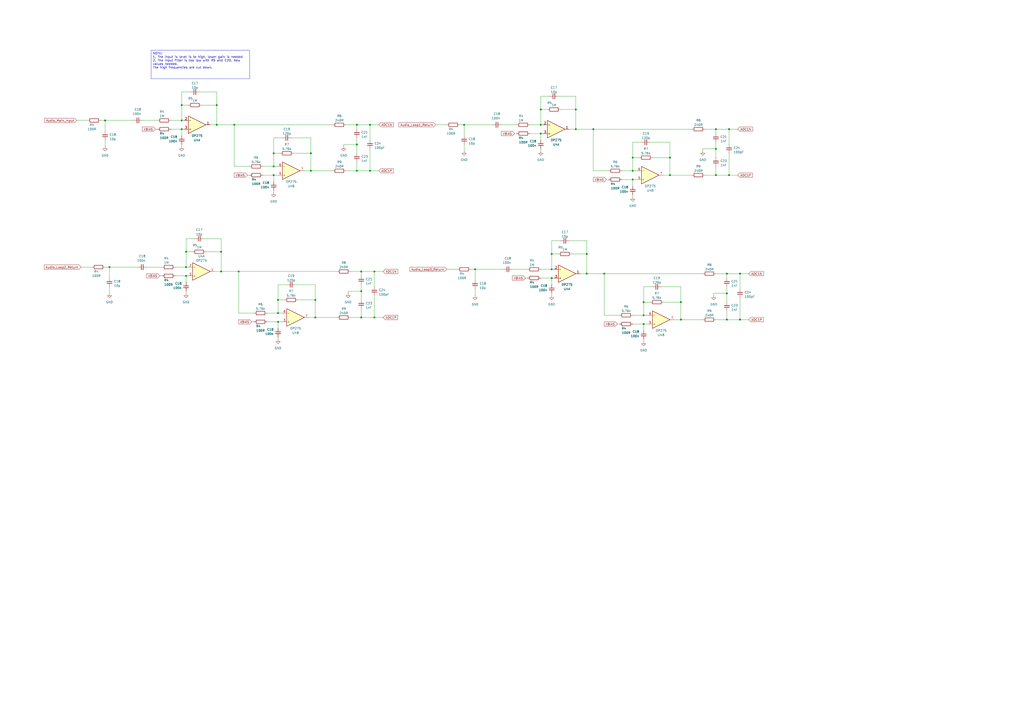
<source format=kicad_sch>
(kicad_sch (version 20230121) (generator eeschema)
  (paper "A2")
  (lib_symbols
    (symbol "Amplifier_Operational:OP275" (pin_names (offset 0.127))
      (property "Reference" "U" (at 0 5.08 0))
      (property "Value" "OP275" (at 0 -5.08 0))
      (symbol "OP275_1_1"
        (polyline (pts (xy -5.08 5.08) (xy 5.08 0) (xy -5.08 -5.08) (xy -5.08 5.08)) (stroke (width 0.254)) (fill (type background)))
        (pin output line (at 7.62 0 180) (length 2.54) (name "~") (number "1"))
        (pin input line (at -7.62 -2.54 0) (length 2.54) (name "-") (number "2"))
        (pin input line (at -7.62 2.54 0) (length 2.54) (name "+") (number "3"))
      )
      (symbol "OP275_2_1"
        (polyline (pts (xy -5.08 5.08) (xy 5.08 0) (xy -5.08 -5.08) (xy -5.08 5.08)) (stroke (width 0.254)) (fill (type background)))
        (pin input line (at -7.62 2.54 0) (length 2.54) (name "+") (number "5"))
        (pin input line (at -7.62 -2.54 0) (length 2.54) (name "-") (number "6"))
        (pin output line (at 7.62 0 180) (length 2.54) (name "~") (number "7"))
      )
      (symbol "OP275_3_1"
        (pin power_in line (at -2.54 -7.62 90) (length 3.81) (name "V-") (number "4"))
        (pin power_in line (at -2.54 7.62 270) (length 3.81) (name "V+") (number "8"))
      )
    )
    (symbol "Device:C_Small" (pin_numbers hide) (pin_names (offset 0.254) hide)
      (property "Reference" "C" (at 0.254 1.778 0))
      (property "Value" "C_Small" (at 0.254 -2.032 0))
      (symbol "C_Small_0_1"
        (polyline (pts (xy -1.524 -0.508) (xy 1.524 -0.508)) (stroke (width 0.3302)))
        (polyline (pts (xy -1.524 0.508) (xy 1.524 0.508)) (stroke (width 0.3048)))
      )
      (symbol "C_Small_1_1"
        (pin passive line (at 0 2.54 270) (length 2.032) (name "~") (number "1"))
        (pin passive line (at 0 -2.54 90) (length 2.032) (name "~") (number "2"))
      )
    )
    (symbol "Device:R" (pin_numbers hide) (pin_names (offset 0))
      (property "Reference" "R" (at 2.032 0 90))
      (property "Value" "R" (at 0 0 90))
      (symbol "R_0_1"
        (rectangle (start -1.016 -2.54) (end 1.016 2.54) (stroke (width 0.254)))
      )
      (symbol "R_1_1"
        (pin passive line (at 0 3.81 270) (length 1.27) (name "~") (number "1"))
        (pin passive line (at 0 -3.81 90) (length 1.27) (name "~") (number "2"))
      )
    )
    (symbol "power:GND" (power) (pin_names (offset 0))
      (property "Value" "GND" (at 0 -3.81 0))
      (symbol "GND_0_1"
        (polyline (pts (xy 0 0) (xy 0 -1.27) (xy 1.27 -1.27) (xy 0 -2.54) (xy -1.27 -1.27) (xy 0 -1.27)))
      )
      (symbol "GND_1_1"
        (pin power_in line (at 0 0 270) (length 0) hide (name "GND") (number "1"))
      )
    )
  )
  (junction (at 269.24 72.39))
  (junction (at 340.36 147.32))
  (junction (at 340.36 158.75))
  (junction (at 158.75 101.6))
  (junction (at 209.55 157.48))
  (junction (at 182.88 173.99))
  (junction (at 421.64 185.42))
  (junction (at 158.75 96.52))
  (junction (at 334.01 74.93))
  (junction (at 429.26 158.75))
  (junction (at 422.91 74.93))
  (junction (at 421.64 158.75))
  (junction (at 334.01 63.5))
  (junction (at 367.03 91.44))
  (junction (at 415.29 86.36))
  (junction (at 158.75 88.9))
  (junction (at 217.17 184.15))
  (junction (at 125.73 72.39))
  (junction (at 214.63 72.39))
  (junction (at 313.69 63.5))
  (junction (at 313.69 72.39))
  (junction (at 320.04 161.29))
  (junction (at 373.38 187.96))
  (junction (at 415.29 74.93))
  (junction (at 180.34 99.06))
  (junction (at 161.29 186.69))
  (junction (at 138.43 157.48))
  (junction (at 135.89 72.39))
  (junction (at 388.62 91.44))
  (junction (at 429.26 185.42))
  (junction (at 373.38 175.26))
  (junction (at 60.96 69.85))
  (junction (at 63.5 154.94))
  (junction (at 313.69 77.47))
  (junction (at 275.59 156.21))
  (junction (at 421.64 170.18))
  (junction (at 207.01 83.82))
  (junction (at 128.27 146.05))
  (junction (at 320.04 147.32))
  (junction (at 182.88 184.15))
  (junction (at 217.17 157.48))
  (junction (at 388.62 101.6))
  (junction (at 105.41 74.93))
  (junction (at 161.29 181.61))
  (junction (at 105.41 60.96))
  (junction (at 367.03 99.06))
  (junction (at 207.01 99.06))
  (junction (at 207.01 72.39))
  (junction (at 214.63 99.06))
  (junction (at 394.97 185.42))
  (junction (at 373.38 182.88))
  (junction (at 107.95 154.94))
  (junction (at 125.73 60.96))
  (junction (at 422.91 101.6))
  (junction (at 320.04 156.21))
  (junction (at 107.95 146.05))
  (junction (at 367.03 104.14))
  (junction (at 161.29 173.99))
  (junction (at 344.17 74.93))
  (junction (at 105.41 69.85))
  (junction (at 394.97 175.26))
  (junction (at 415.29 101.6))
  (junction (at 180.34 88.9))
  (junction (at 128.27 157.48))
  (junction (at 107.95 160.02))
  (junction (at 209.55 184.15))
  (junction (at 209.55 168.91))
  (junction (at 350.52 158.75))
  (wire (pts (xy 325.12 139.7) (xy 320.04 139.7)))
  (wire (pts (xy 320.04 156.21) (xy 321.31 156.21)))
  (wire (pts (xy 161.29 186.69) (xy 161.29 190.5)))
  (wire (pts (xy 209.55 168.91) (xy 209.55 173.99)))
  (wire (pts (xy 217.17 171.45) (xy 217.17 184.15)))
  (wire (pts (xy 353.06 99.06) (xy 344.17 99.06)))
  (wire (pts (xy 161.29 165.1) (xy 161.29 173.99)))
  (wire (pts (xy 110.49 53.34) (xy 105.41 53.34)))
  (wire (pts (xy 422.91 101.6) (xy 427.99 101.6)))
  (wire (pts (xy 394.97 185.42) (xy 394.97 175.26)))
  (wire (pts (xy 378.46 166.37) (xy 373.38 166.37)))
  (wire (pts (xy 63.5 154.94) (xy 63.5 161.29)))
  (wire (pts (xy 313.69 63.5) (xy 317.5 63.5)))
  (wire (pts (xy 350.52 158.75) (xy 407.67 158.75)))
  (wire (pts (xy 207.01 99.06) (xy 207.01 93.98)))
  (wire (pts (xy 217.17 157.48) (xy 222.25 157.48)))
  (wire (pts (xy 330.2 74.93) (xy 334.01 74.93)))
  (wire (pts (xy 128.27 146.05) (xy 128.27 157.48)))
  (wire (pts (xy 63.5 166.37) (xy 63.5 170.18)))
  (wire (pts (xy 367.03 104.14) (xy 369.57 104.14)))
  (wire (pts (xy 101.6 160.02) (xy 107.95 160.02)))
  (wire (pts (xy 82.55 69.85) (xy 91.44 69.85)))
  (wire (pts (xy 60.96 69.85) (xy 77.47 69.85)))
  (wire (pts (xy 408.94 74.93) (xy 415.29 74.93)))
  (wire (pts (xy 297.18 156.21) (xy 306.07 156.21)))
  (wire (pts (xy 266.7 72.39) (xy 269.24 72.39)))
  (wire (pts (xy 207.01 83.82) (xy 207.01 88.9)))
  (wire (pts (xy 318.77 55.88) (xy 313.69 55.88)))
  (wire (pts (xy 275.59 156.21) (xy 292.1 156.21)))
  (wire (pts (xy 115.57 53.34) (xy 125.73 53.34)))
  (wire (pts (xy 429.26 172.72) (xy 429.26 185.42)))
  (wire (pts (xy 407.67 86.36) (xy 415.29 86.36)))
  (wire (pts (xy 414.02 170.18) (xy 414.02 171.45)))
  (wire (pts (xy 340.36 147.32) (xy 340.36 158.75)))
  (wire (pts (xy 158.75 96.52) (xy 152.4 96.52)))
  (wire (pts (xy 373.38 187.96) (xy 373.38 191.77)))
  (wire (pts (xy 307.34 72.39) (xy 313.69 72.39)))
  (wire (pts (xy 275.59 156.21) (xy 275.59 162.56)))
  (wire (pts (xy 415.29 74.93) (xy 422.91 74.93)))
  (wire (pts (xy 415.29 77.47) (xy 415.29 74.93)))
  (wire (pts (xy 118.11 138.43) (xy 128.27 138.43)))
  (wire (pts (xy 325.12 63.5) (xy 334.01 63.5)))
  (wire (pts (xy 313.69 63.5) (xy 313.69 55.88)))
  (wire (pts (xy 275.59 167.64) (xy 275.59 171.45)))
  (wire (pts (xy 373.38 196.85) (xy 373.38 198.12)))
  (wire (pts (xy 209.55 165.1) (xy 209.55 168.91)))
  (wire (pts (xy 116.84 60.96) (xy 125.73 60.96)))
  (wire (pts (xy 135.89 96.52) (xy 135.89 72.39)))
  (wire (pts (xy 180.34 99.06) (xy 193.04 99.06)))
  (wire (pts (xy 313.69 86.36) (xy 313.69 87.63)))
  (wire (pts (xy 201.93 168.91) (xy 209.55 168.91)))
  (wire (pts (xy 214.63 99.06) (xy 207.01 99.06)))
  (wire (pts (xy 144.78 96.52) (xy 135.89 96.52)))
  (wire (pts (xy 128.27 157.48) (xy 138.43 157.48)))
  (wire (pts (xy 429.26 158.75) (xy 429.26 167.64)))
  (wire (pts (xy 320.04 147.32) (xy 320.04 139.7)))
  (wire (pts (xy 180.34 80.01) (xy 180.34 88.9)))
  (wire (pts (xy 105.41 69.85) (xy 106.68 69.85)))
  (wire (pts (xy 158.75 101.6) (xy 158.75 105.41)))
  (wire (pts (xy 350.52 182.88) (xy 350.52 158.75)))
  (wire (pts (xy 259.08 156.21) (xy 265.43 156.21)))
  (wire (pts (xy 422.91 88.9) (xy 422.91 101.6)))
  (wire (pts (xy 298.45 77.47) (xy 299.72 77.47)))
  (wire (pts (xy 207.01 74.93) (xy 207.01 72.39)))
  (wire (pts (xy 207.01 80.01) (xy 207.01 83.82)))
  (wire (pts (xy 388.62 101.6) (xy 388.62 91.44)))
  (wire (pts (xy 269.24 72.39) (xy 269.24 78.74)))
  (wire (pts (xy 340.36 147.32) (xy 340.36 139.7)))
  (wire (pts (xy 367.03 82.55) (xy 367.03 91.44)))
  (wire (pts (xy 252.73 72.39) (xy 259.08 72.39)))
  (wire (pts (xy 358.14 187.96) (xy 359.41 187.96)))
  (wire (pts (xy 370.84 91.44) (xy 367.03 91.44)))
  (wire (pts (xy 85.09 154.94) (xy 93.98 154.94)))
  (wire (pts (xy 105.41 83.82) (xy 105.41 85.09)))
  (wire (pts (xy 128.27 146.05) (xy 128.27 138.43)))
  (wire (pts (xy 415.29 185.42) (xy 421.64 185.42)))
  (wire (pts (xy 152.4 101.6) (xy 158.75 101.6)))
  (wire (pts (xy 421.64 170.18) (xy 421.64 175.26)))
  (wire (pts (xy 90.17 74.93) (xy 91.44 74.93)))
  (wire (pts (xy 217.17 184.15) (xy 209.55 184.15)))
  (wire (pts (xy 135.89 72.39) (xy 193.04 72.39)))
  (wire (pts (xy 313.69 77.47) (xy 314.96 77.47)))
  (wire (pts (xy 421.64 185.42) (xy 421.64 180.34)))
  (wire (pts (xy 170.18 88.9) (xy 180.34 88.9)))
  (wire (pts (xy 351.79 104.14) (xy 353.06 104.14)))
  (wire (pts (xy 391.16 185.42) (xy 394.97 185.42)))
  (wire (pts (xy 161.29 181.61) (xy 154.94 181.61)))
  (wire (pts (xy 372.11 82.55) (xy 367.03 82.55)))
  (wire (pts (xy 394.97 166.37) (xy 394.97 175.26)))
  (wire (pts (xy 158.75 80.01) (xy 158.75 88.9)))
  (wire (pts (xy 429.26 185.42) (xy 421.64 185.42)))
  (wire (pts (xy 209.55 184.15) (xy 209.55 179.07)))
  (wire (pts (xy 304.8 161.29) (xy 306.07 161.29)))
  (wire (pts (xy 214.63 72.39) (xy 219.71 72.39)))
  (wire (pts (xy 182.88 165.1) (xy 182.88 173.99)))
  (wire (pts (xy 330.2 139.7) (xy 340.36 139.7)))
  (wire (pts (xy 214.63 72.39) (xy 214.63 81.28)))
  (wire (pts (xy 367.03 99.06) (xy 369.57 99.06)))
  (wire (pts (xy 166.37 165.1) (xy 161.29 165.1)))
  (wire (pts (xy 201.93 168.91) (xy 201.93 170.18)))
  (wire (pts (xy 320.04 161.29) (xy 321.31 161.29)))
  (wire (pts (xy 125.73 60.96) (xy 125.73 53.34)))
  (wire (pts (xy 269.24 72.39) (xy 285.75 72.39)))
  (wire (pts (xy 107.95 160.02) (xy 107.95 163.83)))
  (wire (pts (xy 147.32 181.61) (xy 138.43 181.61)))
  (wire (pts (xy 199.39 83.82) (xy 199.39 85.09)))
  (wire (pts (xy 307.34 77.47) (xy 313.69 77.47)))
  (wire (pts (xy 107.95 146.05) (xy 111.76 146.05)))
  (wire (pts (xy 99.06 69.85) (xy 105.41 69.85)))
  (wire (pts (xy 415.29 86.36) (xy 415.29 91.44)))
  (wire (pts (xy 143.51 101.6) (xy 144.78 101.6)))
  (wire (pts (xy 171.45 165.1) (xy 182.88 165.1)))
  (wire (pts (xy 121.92 72.39) (xy 125.73 72.39)))
  (wire (pts (xy 92.71 160.02) (xy 93.98 160.02)))
  (wire (pts (xy 344.17 99.06) (xy 344.17 74.93)))
  (wire (pts (xy 384.81 175.26) (xy 394.97 175.26)))
  (wire (pts (xy 58.42 69.85) (xy 60.96 69.85)))
  (wire (pts (xy 373.38 166.37) (xy 373.38 175.26)))
  (wire (pts (xy 161.29 173.99) (xy 161.29 181.61)))
  (wire (pts (xy 180.34 99.06) (xy 180.34 88.9)))
  (wire (pts (xy 344.17 74.93) (xy 401.32 74.93)))
  (wire (pts (xy 172.72 173.99) (xy 182.88 173.99)))
  (wire (pts (xy 60.96 81.28) (xy 60.96 85.09)))
  (wire (pts (xy 107.95 154.94) (xy 107.95 146.05)))
  (wire (pts (xy 99.06 74.93) (xy 105.41 74.93)))
  (wire (pts (xy 168.91 80.01) (xy 180.34 80.01)))
  (wire (pts (xy 383.54 166.37) (xy 394.97 166.37)))
  (wire (pts (xy 107.95 146.05) (xy 107.95 138.43)))
  (wire (pts (xy 388.62 101.6) (xy 401.32 101.6)))
  (wire (pts (xy 340.36 158.75) (xy 350.52 158.75)))
  (wire (pts (xy 388.62 82.55) (xy 388.62 91.44)))
  (wire (pts (xy 146.05 186.69) (xy 147.32 186.69)))
  (wire (pts (xy 378.46 91.44) (xy 388.62 91.44)))
  (wire (pts (xy 367.03 187.96) (xy 373.38 187.96)))
  (wire (pts (xy 320.04 170.18) (xy 320.04 171.45)))
  (wire (pts (xy 138.43 157.48) (xy 195.58 157.48)))
  (wire (pts (xy 359.41 182.88) (xy 350.52 182.88)))
  (wire (pts (xy 373.38 182.88) (xy 367.03 182.88)))
  (wire (pts (xy 161.29 181.61) (xy 163.83 181.61)))
  (wire (pts (xy 377.19 82.55) (xy 388.62 82.55)))
  (wire (pts (xy 323.85 55.88) (xy 334.01 55.88)))
  (wire (pts (xy 209.55 160.02) (xy 209.55 157.48)))
  (wire (pts (xy 415.29 101.6) (xy 415.29 96.52)))
  (wire (pts (xy 373.38 182.88) (xy 375.92 182.88)))
  (wire (pts (xy 313.69 161.29) (xy 320.04 161.29)))
  (wire (pts (xy 373.38 187.96) (xy 375.92 187.96)))
  (wire (pts (xy 313.69 72.39) (xy 313.69 63.5)))
  (wire (pts (xy 313.69 72.39) (xy 314.96 72.39)))
  (wire (pts (xy 334.01 63.5) (xy 334.01 74.93)))
  (wire (pts (xy 203.2 184.15) (xy 209.55 184.15)))
  (wire (pts (xy 158.75 110.49) (xy 158.75 111.76)))
  (wire (pts (xy 217.17 157.48) (xy 217.17 166.37)))
  (wire (pts (xy 107.95 168.91) (xy 107.95 170.18)))
  (wire (pts (xy 415.29 82.55) (xy 415.29 86.36)))
  (wire (pts (xy 214.63 99.06) (xy 219.71 99.06)))
  (wire (pts (xy 105.41 69.85) (xy 105.41 60.96)))
  (wire (pts (xy 334.01 63.5) (xy 334.01 55.88)))
  (wire (pts (xy 367.03 104.14) (xy 367.03 107.95)))
  (wire (pts (xy 377.19 175.26) (xy 373.38 175.26)))
  (wire (pts (xy 408.94 101.6) (xy 415.29 101.6)))
  (wire (pts (xy 367.03 99.06) (xy 360.68 99.06)))
  (wire (pts (xy 422.91 74.93) (xy 422.91 83.82)))
  (wire (pts (xy 46.99 154.94) (xy 53.34 154.94)))
  (wire (pts (xy 44.45 69.85) (xy 50.8 69.85)))
  (wire (pts (xy 429.26 185.42) (xy 434.34 185.42)))
  (wire (pts (xy 161.29 195.58) (xy 161.29 196.85)))
  (wire (pts (xy 334.01 74.93) (xy 344.17 74.93)))
  (wire (pts (xy 158.75 88.9) (xy 158.75 96.52)))
  (wire (pts (xy 394.97 185.42) (xy 407.67 185.42)))
  (wire (pts (xy 101.6 154.94) (xy 107.95 154.94)))
  (wire (pts (xy 336.55 158.75) (xy 340.36 158.75)))
  (wire (pts (xy 414.02 170.18) (xy 421.64 170.18)))
  (wire (pts (xy 105.41 60.96) (xy 109.22 60.96)))
  (wire (pts (xy 182.88 184.15) (xy 195.58 184.15)))
  (wire (pts (xy 421.64 161.29) (xy 421.64 158.75)))
  (wire (pts (xy 320.04 147.32) (xy 323.85 147.32)))
  (wire (pts (xy 209.55 157.48) (xy 217.17 157.48)))
  (wire (pts (xy 60.96 69.85) (xy 60.96 76.2)))
  (wire (pts (xy 290.83 72.39) (xy 299.72 72.39)))
  (wire (pts (xy 273.05 156.21) (xy 275.59 156.21)))
  (wire (pts (xy 367.03 91.44) (xy 367.03 99.06)))
  (wire (pts (xy 158.75 96.52) (xy 161.29 96.52)))
  (wire (pts (xy 373.38 175.26) (xy 373.38 182.88)))
  (wire (pts (xy 125.73 72.39) (xy 135.89 72.39)))
  (wire (pts (xy 313.69 77.47) (xy 313.69 81.28)))
  (wire (pts (xy 63.5 154.94) (xy 80.01 154.94)))
  (wire (pts (xy 176.53 99.06) (xy 180.34 99.06)))
  (wire (pts (xy 119.38 146.05) (xy 128.27 146.05)))
  (wire (pts (xy 421.64 158.75) (xy 429.26 158.75)))
  (wire (pts (xy 105.41 60.96) (xy 105.41 53.34)))
  (wire (pts (xy 415.29 158.75) (xy 421.64 158.75)))
  (wire (pts (xy 105.41 74.93) (xy 106.68 74.93)))
  (wire (pts (xy 422.91 101.6) (xy 415.29 101.6)))
  (wire (pts (xy 429.26 158.75) (xy 434.34 158.75)))
  (wire (pts (xy 421.64 166.37) (xy 421.64 170.18)))
  (wire (pts (xy 217.17 184.15) (xy 222.25 184.15)))
  (wire (pts (xy 320.04 161.29) (xy 320.04 165.1)))
  (wire (pts (xy 199.39 83.82) (xy 207.01 83.82)))
  (wire (pts (xy 407.67 86.36) (xy 407.67 87.63)))
  (wire (pts (xy 203.2 157.48) (xy 209.55 157.48)))
  (wire (pts (xy 162.56 88.9) (xy 158.75 88.9)))
  (wire (pts (xy 331.47 147.32) (xy 340.36 147.32)))
  (wire (pts (xy 154.94 186.69) (xy 161.29 186.69)))
  (wire (pts (xy 163.83 80.01) (xy 158.75 80.01)))
  (wire (pts (xy 360.68 104.14) (xy 367.03 104.14)))
  (wire (pts (xy 113.03 138.43) (xy 107.95 138.43)))
  (wire (pts (xy 161.29 186.69) (xy 163.83 186.69)))
  (wire (pts (xy 124.46 157.48) (xy 128.27 157.48)))
  (wire (pts (xy 107.95 154.94) (xy 109.22 154.94)))
  (wire (pts (xy 165.1 173.99) (xy 161.29 173.99)))
  (wire (pts (xy 125.73 60.96) (xy 125.73 72.39)))
  (wire (pts (xy 320.04 156.21) (xy 320.04 147.32)))
  (wire (pts (xy 384.81 101.6) (xy 388.62 101.6)))
  (wire (pts (xy 214.63 86.36) (xy 214.63 99.06)))
  (wire (pts (xy 179.07 184.15) (xy 182.88 184.15)))
  (wire (pts (xy 367.03 113.03) (xy 367.03 114.3)))
  (wire (pts (xy 422.91 74.93) (xy 427.99 74.93)))
  (wire (pts (xy 158.75 101.6) (xy 161.29 101.6)))
  (wire (pts (xy 269.24 83.82) (xy 269.24 87.63)))
  (wire (pts (xy 182.88 184.15) (xy 182.88 173.99)))
  (wire (pts (xy 107.95 160.02) (xy 109.22 160.02)))
  (wire (pts (xy 200.66 99.06) (xy 207.01 99.06)))
  (wire (pts (xy 60.96 154.94) (xy 63.5 154.94)))
  (wire (pts (xy 105.41 74.93) (xy 105.41 78.74)))
  (wire (pts (xy 200.66 72.39) (xy 207.01 72.39)))
  (wire (pts (xy 313.69 156.21) (xy 320.04 156.21)))
  (wire (pts (xy 138.43 181.61) (xy 138.43 157.48)))
  (wire (pts (xy 207.01 72.39) (xy 214.63 72.39)))
  (text_box "NOTE: \n1. The input is level is to high, lower gain is needed\n2. The input filter is too low with R5 and C20. New values needed.\nThe high frequencies are cut down." (at 87.63 29.21 0) (size 57.15 16.51) (effects (font (size 1.27 1.27)) (justify left top)))
  (global_label "ADC1N" (shape input) (at 222.25 157.48 0) (property "Intersheetrefs" "${INTERSHEET_REFS}" (effects hide)))
  (global_label "Audio_Loop2_Return" (shape input) (at 46.99 154.94 180) (property "Intersheetrefs" "${INTERSHEET_REFS}" (effects hide)))
  (global_label "ADC1N" (shape input) (at 219.71 72.39 0) (property "Intersheetrefs" "${INTERSHEET_REFS}" (effects hide)))
  (global_label "VBIAS" (shape input) (at 92.71 160.02 180) (property "Intersheetrefs" "${INTERSHEET_REFS}" (effects hide)))
  (global_label "ADC1N" (shape input) (at 434.34 158.75 0) (property "Intersheetrefs" "${INTERSHEET_REFS}" (effects hide)))
  (global_label "VBIAS" (shape input) (at 90.17 74.93 180) (property "Intersheetrefs" "${INTERSHEET_REFS}" (effects hide)))
  (global_label "ADC1P" (shape input) (at 434.34 185.42 0) (property "Intersheetrefs" "${INTERSHEET_REFS}" (effects hide)))
  (global_label "Audio_Main_Input" (shape input) (at 44.45 69.85 180) (property "Intersheetrefs" "${INTERSHEET_REFS}" (effects hide)))
  (global_label "ADC1P" (shape input) (at 222.25 184.15 0) (property "Intersheetrefs" "${INTERSHEET_REFS}" (effects hide)))
  (global_label "VBIAS" (shape input) (at 358.14 187.96 180) (property "Intersheetrefs" "${INTERSHEET_REFS}" (effects hide)))
  (global_label "Audio_Loop3_Return" (shape input) (at 259.08 156.21 180) (property "Intersheetrefs" "${INTERSHEET_REFS}" (effects hide)))
  (global_label "VBIAS" (shape input) (at 298.45 77.47 180) (property "Intersheetrefs" "${INTERSHEET_REFS}" (effects hide)))
  (global_label "Audio_Loop1_Return" (shape input) (at 252.73 72.39 180) (property "Intersheetrefs" "${INTERSHEET_REFS}" (effects hide)))
  (global_label "VBIAS" (shape input) (at 146.05 186.69 180) (property "Intersheetrefs" "${INTERSHEET_REFS}" (effects hide)))
  (global_label "ADC1P" (shape input) (at 427.99 101.6 0) (property "Intersheetrefs" "${INTERSHEET_REFS}" (effects hide)))
  (global_label "VBIAS" (shape input) (at 143.51 101.6 180) (property "Intersheetrefs" "${INTERSHEET_REFS}" (effects hide)))
  (global_label "ADC1P" (shape input) (at 219.71 99.06 0) (property "Intersheetrefs" "${INTERSHEET_REFS}" (effects hide)))
  (global_label "VBIAS" (shape input) (at 304.8 161.29 180) (property "Intersheetrefs" "${INTERSHEET_REFS}" (effects hide)))
  (global_label "ADC1N" (shape input) (at 427.99 74.93 0) (property "Intersheetrefs" "${INTERSHEET_REFS}" (effects hide)))
  (global_label "VBIAS" (shape input) (at 351.79 104.14 180) (property "Intersheetrefs" "${INTERSHEET_REFS}" (effects hide)))
  (symbol (lib_id "Amplifier_Operational:OP275") (at 168.91 99.06 0) (mirror x) (unit 2)
    (property "Reference" "U4" (at 168.91 107.95 0))
    (property "Value" "OP275" (at 168.91 105.41 0))
    (property "Footprint" "Package_SO:SSOP-8_3.9x5.05mm_P1.27mm" (effects hide))
    (property "Datasheet" "https://www.analog.com/media/en/technical-documentation/data-sheets/OP275.pdf" (effects hide))
  )
  (symbol (lib_id "Device:R") (at 303.53 77.47 270) (mirror x) (unit 1)
    (property "Reference" "R4" (at 302.26 80.01 90))
    (property "Value" "100R" (at 303.53 82.55 90))
    (property "Footprint" "Resistor_SMD:R_0603_1608Metric" (effects hide))
    (instances (project "stm_audio_board_V3" (path "" (reference "R4") (unit 1)) (path "" (reference "R34") (unit 1))))
  )
  (symbol (lib_id "Device:R") (at 356.87 99.06 270) (unit 1)
    (property "Reference" "R6" (at 356.87 93.98 90))
    (property "Value" "5.76k" (at 356.87 96.52 90))
    (property "Footprint" "Resistor_SMD:R_0603_1608Metric" (effects hide))
    (instances (project "stm_audio_board_V3" (path "" (reference "R6") (unit 1)) (path "" (reference "R36") (unit 1))))
  )
  (symbol (lib_id "Device:C_Small") (at 381 166.37 90) (unit 1)
    (property "Reference" "C19" (at 381.0063 161.29 90))
    (property "Value" "120p" (at 381.0063 163.83 90))
    (property "Footprint" "Capacitor_SMD:C_0603_1608Metric" (effects hide))
    (instances (project "stm_audio_board_V3" (path "" (reference "C19") (unit 1)) (path "" (reference "C100") (unit 1))))
  )
  (symbol (lib_id "Device:R") (at 327.66 147.32 270) (mirror x) (unit 1)
    (property "Reference" "R5" (at 325.12 143.51 90))
    (property "Value" "1M" (at 327.66 144.78 90))
    (property "Footprint" "Resistor_SMD:R_0603_1608Metric" (effects hide))
    (instances (project "stm_audio_board_V3" (path "" (reference "R5") (unit 1)) (path "" (reference "R53") (unit 1))))
  )
  (symbol (lib_id "power:GND") (at 105.41 85.09 0) (unit 1)
    (property "Reference" "#PWR02" (effects hide))
    (property "Value" "GND" (at 105.41 90.17 0))
    (instances (project "stm_audio_board_V3" (path "" (reference "#PWR02") (unit 1)) (path "" (reference "#PWR01") (unit 1)) (path "" (reference "#PWR012") (unit 1))))
  )
  (symbol (lib_id "Device:R") (at 411.48 185.42 270) (unit 1)
    (property "Reference" "R9" (at 411.48 180.34 90))
    (property "Value" "240R" (at 411.48 182.88 90))
    (property "Footprint" "Resistor_SMD:R_0603_1608Metric" (effects hide))
    (instances (project "stm_audio_board_V3" (path "" (reference "R9") (unit 1)) (path "" (reference "R58") (unit 1))))
  )
  (symbol (lib_id "power:GND") (at 313.69 87.63 0) (unit 1)
    (property "Reference" "#PWR02" (effects hide))
    (property "Value" "GND" (at 313.69 92.71 0))
    (instances (project "stm_audio_board_V3" (path "" (reference "#PWR02") (unit 1)) (path "" (reference "#PWR01") (unit 1)) (path "" (reference "#PWR049") (unit 1))))
  )
  (symbol (lib_id "Device:R") (at 168.91 173.99 270) (unit 1)
    (property "Reference" "R7" (at 168.91 168.91 90))
    (property "Value" "5.76k" (at 168.91 171.45 90))
    (property "Footprint" "Resistor_SMD:R_0603_1608Metric" (effects hide))
    (instances (project "stm_audio_board_V3" (path "" (reference "R7") (unit 1)) (path "" (reference "R47") (unit 1))))
  )
  (symbol (lib_id "Device:C_Small") (at 288.29 72.39 270) (unit 1)
    (property "Reference" "C18" (at 290.1886 66.04 90) (effects (justify right)))
    (property "Value" "100n" (at 290.1886 68.58 90) (effects (justify right)))
    (property "Footprint" "Capacitor_SMD:C_0603_1608Metric" (effects hide))
    (instances (project "stm_audio_board_V3" (path "" (reference "C18") (unit 1)) (path "" (reference "C52") (unit 1))))
  )
  (symbol (lib_id "Device:C_Small") (at 429.26 170.18 180) (unit 1)
    (property "Reference" "C24" (at 431.8 169.5386 0) (effects (justify right)))
    (property "Value" "100pF" (at 431.8 172.0786 0) (effects (justify right)))
    (property "Footprint" "Capacitor_SMD:C_0603_1608Metric" (effects hide))
    (instances (project "stm_audio_board_V3" (path "" (reference "C24") (unit 1)) (path "" (reference "C107") (unit 1))))
  )
  (symbol (lib_id "Device:C_Small") (at 63.5 163.83 180) (unit 1)
    (property "Reference" "C18" (at 66.04 163.1886 0) (effects (justify right)))
    (property "Value" "10p" (at 66.04 165.7286 0) (effects (justify right)))
    (property "Footprint" "Capacitor_SMD:C_0603_1608Metric" (effects hide))
    (instances (project "stm_audio_board_V3" (path "" (reference "C18") (unit 1)) (path "" (reference "C84") (unit 1))))
  )
  (symbol (lib_id "power:GND") (at 269.24 87.63 0) (unit 1)
    (property "Reference" "#PWR02" (effects hide))
    (property "Value" "GND" (at 269.24 92.71 0))
    (instances (project "stm_audio_board_V3" (path "" (reference "#PWR02") (unit 1)) (path "" (reference "#PWR01") (unit 1)) (path "" (reference "#PWR036") (unit 1))))
  )
  (symbol (lib_id "Device:R") (at 262.89 72.39 90) (mirror x) (unit 1)
    (property "Reference" "R4" (at 261.62 74.93 90))
    (property "Value" "100R" (at 261.62 77.47 90))
    (property "Footprint" "Resistor_SMD:R_0603_1608Metric" (effects hide))
    (instances (project "stm_audio_board_V3" (path "" (reference "R4") (unit 1)) (path "" (reference "R28") (unit 1))))
  )
  (symbol (lib_id "Device:C_Small") (at 107.95 166.37 0) (unit 1)
    (property "Reference" "C18" (at 105.41 164.4714 0) (effects (justify right)))
    (property "Value" "100n" (at 105.41 167.0114 0) (effects (justify right)))
    (property "Footprint" "Capacitor_SMD:C_0603_1608Metric" (effects hide))
    (instances (project "stm_audio_board_V3" (path "" (reference "C18") (unit 1)) (path "" (reference "C86") (unit 1))))
  )
  (symbol (lib_id "Device:C_Small") (at 209.55 162.56 180) (unit 1)
    (property "Reference" "C21" (at 212.09 161.9186 0) (effects (justify right)))
    (property "Value" "1nF" (at 212.09 164.4586 0) (effects (justify right)))
    (property "Footprint" "Capacitor_SMD:C_0603_1608Metric" (effects hide))
    (instances (project "stm_audio_board_V3" (path "" (reference "C21") (unit 1)) (path "" (reference "C92") (unit 1))))
  )
  (symbol (lib_id "Device:C_Small") (at 415.29 93.98 180) (unit 1)
    (property "Reference" "C23" (at 417.83 93.3386 0) (effects (justify right)))
    (property "Value" "1nF" (at 417.83 95.8786 0) (effects (justify right)))
    (property "Footprint" "Capacitor_SMD:C_0603_1608Metric" (effects hide))
    (instances (project "stm_audio_board_V3" (path "" (reference "C23") (unit 1)) (path "" (reference "C82") (unit 1))))
  )
  (symbol (lib_id "power:GND") (at 373.38 198.12 0) (unit 1)
    (property "Reference" "#PWR02" (effects hide))
    (property "Value" "GND" (at 373.38 203.2 0))
    (instances (project "stm_audio_board_V3" (path "" (reference "#PWR02") (unit 1)) (path "" (reference "#PWR01") (unit 1)) (path "" (reference "#PWR085") (unit 1))))
  )
  (symbol (lib_id "Device:R") (at 57.15 154.94 90) (mirror x) (unit 1)
    (property "Reference" "R4" (at 55.88 157.48 90))
    (property "Value" "100R" (at 55.88 160.02 90))
    (property "Footprint" "Resistor_SMD:R_0603_1608Metric" (effects hide))
    (instances (project "stm_audio_board_V3" (path "" (reference "R4") (unit 1)) (path "" (reference "R41") (unit 1))))
  )
  (symbol (lib_id "Device:C_Small") (at 161.29 193.04 0) (unit 1)
    (property "Reference" "C18" (at 158.75 191.1414 0) (effects (justify right)))
    (property "Value" "100n" (at 158.75 193.6814 0) (effects (justify right)))
    (property "Footprint" "Capacitor_SMD:C_0603_1608Metric" (effects hide))
    (instances (project "stm_audio_board_V3" (path "" (reference "C18") (unit 1)) (path "" (reference "C88") (unit 1))))
  )
  (symbol (lib_id "Device:R") (at 115.57 146.05 270) (mirror x) (unit 1)
    (property "Reference" "R5" (at 113.03 142.24 90))
    (property "Value" "1M" (at 115.57 143.51 90))
    (property "Footprint" "Resistor_SMD:R_0603_1608Metric" (effects hide))
    (instances (project "stm_audio_board_V3" (path "" (reference "R5") (unit 1)) (path "" (reference "R44") (unit 1))))
  )
  (symbol (lib_id "Amplifier_Operational:OP275") (at 377.19 101.6 0) (mirror x) (unit 2)
    (property "Reference" "U4" (at 377.19 110.49 0))
    (property "Value" "OP275" (at 377.19 107.95 0))
    (property "Footprint" "Package_SO:SSOP-8_3.9x5.05mm_P1.27mm" (effects hide))
    (property "Datasheet" "https://www.analog.com/media/en/technical-documentation/data-sheets/OP275.pdf" (effects hide))
    (instances (project "stm_audio_board_V3" (path "" (reference "U4") (unit 2)) (path "" (reference "U8") (unit 2))))
  )
  (symbol (lib_id "Device:R") (at 411.48 158.75 270) (unit 1)
    (property "Reference" "R8" (at 411.48 153.67 90))
    (property "Value" "240R" (at 411.48 156.21 90))
    (property "Footprint" "Resistor_SMD:R_0603_1608Metric" (effects hide))
    (instances (project "stm_audio_board_V3" (path "" (reference "R8") (unit 1)) (path "" (reference "R57") (unit 1))))
  )
  (symbol (lib_id "Device:C_Small") (at 320.04 167.64 0) (unit 1)
    (property "Reference" "C18" (at 317.5 165.7414 0) (effects (justify right)))
    (property "Value" "100n" (at 317.5 168.2814 0) (effects (justify right)))
    (property "Footprint" "Capacitor_SMD:C_0603_1608Metric" (effects hide))
    (instances (project "stm_audio_board_V3" (path "" (reference "C18") (unit 1)) (path "" (reference "C97") (unit 1))))
  )
  (symbol (lib_id "power:GND") (at 414.02 171.45 0) (unit 1)
    (property "Reference" "#PWR02" (effects hide))
    (property "Value" "GND" (at 414.02 176.53 0))
    (instances (project "stm_audio_board_V3" (path "" (reference "#PWR02") (unit 1)) (path "" (reference "#PWR01") (unit 1)) (path "" (reference "#PWR088") (unit 1))))
  )
  (symbol (lib_id "Amplifier_Operational:OP275") (at 383.54 185.42 0) (mirror x) (unit 2)
    (property "Reference" "U4" (at 383.54 194.31 0))
    (property "Value" "OP275" (at 383.54 191.77 0))
    (property "Footprint" "Package_SO:SSOP-8_3.9x5.05mm_P1.27mm" (effects hide))
    (property "Datasheet" "https://www.analog.com/media/en/technical-documentation/data-sheets/OP275.pdf" (effects hide))
    (instances (project "stm_audio_board_V3" (path "" (reference "U4") (unit 2)) (path "" (reference "U12") (unit 2))))
  )
  (symbol (lib_id "Device:C_Small") (at 158.75 107.95 0) (unit 1)
    (property "Reference" "C18" (at 156.21 106.0514 0) (effects (justify right)))
    (property "Value" "100n" (at 156.21 108.5914 0) (effects (justify right)))
    (property "Footprint" "Capacitor_SMD:C_0603_1608Metric" (effects hide))
  )
  (symbol (lib_id "Amplifier_Operational:OP275") (at 322.58 74.93 0) (mirror x) (unit 1)
    (property "Reference" "U4" (at 322.58 83.82 0))
    (property "Value" "OP275" (at 322.58 81.28 0))
    (property "Footprint" "Package_SO:SSOP-8_3.9x5.05mm_P1.27mm" (effects hide))
    (property "Datasheet" "https://www.analog.com/media/en/technical-documentation/data-sheets/OP275.pdf" (effects hide))
    (instances (project "stm_audio_board_V3" (path "" (reference "U4") (unit 1)) (path "" (reference "U8") (unit 1))))
  )
  (symbol (lib_id "power:GND") (at 60.96 85.09 0) (unit 1)
    (property "Reference" "#PWR02" (effects hide))
    (property "Value" "GND" (at 60.96 90.17 0))
    (instances (project "stm_audio_board_V3" (path "" (reference "#PWR02") (unit 1)) (path "" (reference "#PWR01") (unit 1)) (path "" (reference "#PWR029") (unit 1))))
  )
  (symbol (lib_id "Amplifier_Operational:OP275") (at 171.45 184.15 0) (mirror x) (unit 2)
    (property "Reference" "U4" (at 171.45 193.04 0))
    (property "Value" "OP275" (at 171.45 190.5 0))
    (property "Footprint" "Package_SO:SSOP-8_3.9x5.05mm_P1.27mm" (effects hide))
    (property "Datasheet" "https://www.analog.com/media/en/technical-documentation/data-sheets/OP275.pdf" (effects hide))
    (instances (project "stm_audio_board_V3" (path "" (reference "U4") (unit 2)) (path "" (reference "U10") (unit 2))))
  )
  (symbol (lib_id "Amplifier_Operational:OP275") (at 116.84 157.48 0) (mirror x) (unit 1)
    (property "Reference" "U4" (at 116.84 148.59 0))
    (property "Value" "OP275" (at 116.84 151.13 0))
    (property "Footprint" "Package_SO:SSOP-8_3.9x5.05mm_P1.27mm" (effects hide))
    (property "Datasheet" "https://www.analog.com/media/en/technical-documentation/data-sheets/OP275.pdf" (effects hide))
    (instances (project "stm_audio_board_V3" (path "" (reference "U4") (unit 1)) (path "" (reference "U10") (unit 1))))
  )
  (symbol (lib_id "Device:R") (at 151.13 181.61 270) (unit 1)
    (property "Reference" "R6" (at 151.13 176.53 90))
    (property "Value" "5.76k" (at 151.13 179.07 90))
    (property "Footprint" "Resistor_SMD:R_0603_1608Metric" (effects hide))
    (instances (project "stm_audio_board_V3" (path "" (reference "R6") (unit 1)) (path "" (reference "R45") (unit 1))))
  )
  (symbol (lib_id "power:GND") (at 158.75 111.76 0) (unit 1)
    (property "Reference" "#PWR02" (effects hide))
    (property "Value" "GND" (at 158.75 116.84 0))
    (instances (project "stm_audio_board_V3" (path "" (reference "#PWR02") (unit 1)) (path "" (reference "#PWR01") (unit 1)) (path "" (reference "#PWR013") (unit 1))))
  )
  (symbol (lib_id "power:GND") (at 275.59 171.45 0) (unit 1)
    (property "Reference" "#PWR02" (effects hide))
    (property "Value" "GND" (at 275.59 176.53 0))
    (instances (project "stm_audio_board_V3" (path "" (reference "#PWR02") (unit 1)) (path "" (reference "#PWR01") (unit 1)) (path "" (reference "#PWR073") (unit 1))))
  )
  (symbol (lib_id "Device:C_Small") (at 217.17 168.91 180) (unit 1)
    (property "Reference" "C24" (at 219.71 168.2686 0) (effects (justify right)))
    (property "Value" "100pF" (at 219.71 170.8086 0) (effects (justify right)))
    (property "Footprint" "Capacitor_SMD:C_0603_1608Metric" (effects hide))
    (instances (project "stm_audio_board_V3" (path "" (reference "C24") (unit 1)) (path "" (reference "C94") (unit 1))))
  )
  (symbol (lib_id "Device:R") (at 148.59 101.6 270) (mirror x) (unit 1)
    (property "Reference" "R4" (at 147.32 104.14 90))
    (property "Value" "100R" (at 148.59 106.68 90))
    (property "Footprint" "Resistor_SMD:R_0603_1608Metric" (effects hide))
    (instances (project "stm_audio_board_V3" (path "" (reference "R4") (unit 1)) (path "" (reference "R11") (unit 1))))
  )
  (symbol (lib_id "Device:C_Small") (at 166.37 80.01 90) (unit 1)
    (property "Reference" "C19" (at 166.3763 74.93 90))
    (property "Value" "120p" (at 166.3763 77.47 90))
    (property "Footprint" "Capacitor_SMD:C_0603_1608Metric" (effects hide))
    (instances (project "stm_audio_board_V3" (path "" (reference "C19") (unit 1)) (path "" (reference "C21") (unit 1))))
  )
  (symbol (lib_id "Device:R") (at 309.88 161.29 270) (mirror x) (unit 1)
    (property "Reference" "R4" (at 308.61 163.83 90))
    (property "Value" "100R" (at 309.88 166.37 90))
    (property "Footprint" "Resistor_SMD:R_0603_1608Metric" (effects hide))
    (instances (project "stm_audio_board_V3" (path "" (reference "R4") (unit 1)) (path "" (reference "R52") (unit 1))))
  )
  (symbol (lib_id "Device:R") (at 199.39 184.15 270) (unit 1)
    (property "Reference" "R9" (at 199.39 179.07 90))
    (property "Value" "240R" (at 199.39 181.61 90))
    (property "Footprint" "Resistor_SMD:R_0603_1608Metric" (effects hide))
    (instances (project "stm_audio_board_V3" (path "" (reference "R9") (unit 1)) (path "" (reference "R49") (unit 1))))
  )
  (symbol (lib_id "Device:R") (at 95.25 69.85 270) (mirror x) (unit 1)
    (property "Reference" "R4" (at 93.98 64.77 90))
    (property "Value" "1M" (at 93.98 67.31 90))
    (property "Footprint" "Resistor_SMD:R_0603_1608Metric" (effects hide))
  )
  (symbol (lib_id "Device:R") (at 363.22 187.96 270) (mirror x) (unit 1)
    (property "Reference" "R4" (at 361.95 190.5 90))
    (property "Value" "100R" (at 363.22 193.04 90))
    (property "Footprint" "Resistor_SMD:R_0603_1608Metric" (effects hide))
    (instances (project "stm_audio_board_V3" (path "" (reference "R4") (unit 1)) (path "" (reference "R55") (unit 1))))
  )
  (symbol (lib_id "Device:C_Small") (at 367.03 110.49 0) (unit 1)
    (property "Reference" "C18" (at 364.49 108.5914 0) (effects (justify right)))
    (property "Value" "100n" (at 364.49 111.1314 0) (effects (justify right)))
    (property "Footprint" "Capacitor_SMD:C_0603_1608Metric" (effects hide))
    (instances (project "stm_audio_board_V3" (path "" (reference "C18") (unit 1)) (path "" (reference "C66") (unit 1))))
  )
  (symbol (lib_id "Device:R") (at 269.24 156.21 90) (mirror x) (unit 1)
    (property "Reference" "R4" (at 267.97 158.75 90))
    (property "Value" "100R" (at 267.97 161.29 90))
    (property "Footprint" "Resistor_SMD:R_0603_1608Metric" (effects hide))
    (instances (project "stm_audio_board_V3" (path "" (reference "R4") (unit 1)) (path "" (reference "R50") (unit 1))))
  )
  (symbol (lib_id "Device:R") (at 374.65 91.44 270) (unit 1)
    (property "Reference" "R7" (at 374.65 86.36 90))
    (property "Value" "5.76k" (at 374.65 88.9 90))
    (property "Footprint" "Resistor_SMD:R_0603_1608Metric" (effects hide))
    (instances (project "stm_audio_board_V3" (path "" (reference "R7") (unit 1)) (path "" (reference "R38") (unit 1))))
  )
  (symbol (lib_id "Device:C_Small") (at 421.64 163.83 180) (unit 1)
    (property "Reference" "C21" (at 424.18 163.1886 0) (effects (justify right)))
    (property "Value" "1nF" (at 424.18 165.7286 0) (effects (justify right)))
    (property "Footprint" "Capacitor_SMD:C_0603_1608Metric" (effects hide))
    (instances (project "stm_audio_board_V3" (path "" (reference "C21") (unit 1)) (path "" (reference "C101") (unit 1))))
  )
  (symbol (lib_id "Device:C_Small") (at 321.31 55.88 90) (mirror x) (unit 1)
    (property "Reference" "C17" (at 321.3163 50.8 90))
    (property "Value" "10p" (at 321.3163 53.34 90))
    (property "Footprint" "Capacitor_SMD:C_0603_1608Metric" (effects hide))
    (instances (project "stm_audio_board_V3" (path "" (reference "C17") (unit 1)) (path "" (reference "C65") (unit 1))))
  )
  (symbol (lib_id "Device:C_Small") (at 327.66 139.7 90) (mirror x) (unit 1)
    (property "Reference" "C17" (at 327.6663 134.62 90))
    (property "Value" "10p" (at 327.6663 137.16 90))
    (property "Footprint" "Capacitor_SMD:C_0603_1608Metric" (effects hide))
    (instances (project "stm_audio_board_V3" (path "" (reference "C17") (unit 1)) (path "" (reference "C98") (unit 1))))
  )
  (symbol (lib_id "power:GND") (at 63.5 170.18 0) (unit 1)
    (property "Reference" "#PWR02" (effects hide))
    (property "Value" "GND" (at 63.5 175.26 0))
    (instances (project "stm_audio_board_V3" (path "" (reference "#PWR02") (unit 1)) (path "" (reference "#PWR01") (unit 1)) (path "" (reference "#PWR058") (unit 1))))
  )
  (symbol (lib_id "Device:C_Small") (at 415.29 80.01 180) (unit 1)
    (property "Reference" "C21" (at 417.83 79.3686 0) (effects (justify right)))
    (property "Value" "1nF" (at 417.83 81.9086 0) (effects (justify right)))
    (property "Footprint" "Capacitor_SMD:C_0603_1608Metric" (effects hide))
    (instances (project "stm_audio_board_V3" (path "" (reference "C21") (unit 1)) (path "" (reference "C74") (unit 1))))
  )
  (symbol (lib_id "power:GND") (at 407.67 87.63 0) (unit 1)
    (property "Reference" "#PWR02" (effects hide))
    (property "Value" "GND" (at 407.67 92.71 0))
    (instances (project "stm_audio_board_V3" (path "" (reference "#PWR02") (unit 1)) (path "" (reference "#PWR01") (unit 1)) (path "" (reference "#PWR057") (unit 1))))
  )
  (symbol (lib_id "Device:R") (at 363.22 182.88 270) (unit 1)
    (property "Reference" "R6" (at 363.22 177.8 90))
    (property "Value" "5.76k" (at 363.22 180.34 90))
    (property "Footprint" "Resistor_SMD:R_0603_1608Metric" (effects hide))
    (instances (project "stm_audio_board_V3" (path "" (reference "R6") (unit 1)) (path "" (reference "R54") (unit 1))))
  )
  (symbol (lib_id "Device:C_Small") (at 82.55 154.94 270) (unit 1)
    (property "Reference" "C18" (at 84.4486 148.59 90) (effects (justify right)))
    (property "Value" "100n" (at 84.4486 151.13 90) (effects (justify right)))
    (property "Footprint" "Capacitor_SMD:C_0603_1608Metric" (effects hide))
    (instances (project "stm_audio_board_V3" (path "" (reference "C18") (unit 1)) (path "" (reference "C85") (unit 1))))
  )
  (symbol (lib_id "Device:C_Small") (at 105.41 81.28 0) (unit 1)
    (property "Reference" "C18" (at 102.87 79.3814 0) (effects (justify right)))
    (property "Value" "100n" (at 102.87 81.9214 0) (effects (justify right)))
    (property "Footprint" "Capacitor_SMD:C_0603_1608Metric" (effects hide))
    (instances (project "stm_audio_board_V3" (path "" (reference "C18") (unit 1)) (path "" (reference "C17") (unit 1))))
  )
  (symbol (lib_id "Device:R") (at 166.37 88.9 270) (unit 1)
    (property "Reference" "R7" (at 166.37 83.82 90))
    (property "Value" "5.76k" (at 166.37 86.36 90))
    (property "Footprint" "Resistor_SMD:R_0603_1608Metric" (effects hide))
  )
  (symbol (lib_id "Device:R") (at 196.85 72.39 270) (unit 1)
    (property "Reference" "R8" (at 196.85 67.31 90))
    (property "Value" "240R" (at 196.85 69.85 90))
    (property "Footprint" "Resistor_SMD:R_0603_1608Metric" (effects hide))
  )
  (symbol (lib_id "Device:C_Small") (at 269.24 81.28 180) (unit 1)
    (property "Reference" "C18" (at 271.78 80.6386 0) (effects (justify right)))
    (property "Value" "10p" (at 271.78 83.1786 0) (effects (justify right)))
    (property "Footprint" "Capacitor_SMD:C_0603_1608Metric" (effects hide))
    (instances (project "stm_audio_board_V3" (path "" (reference "C18") (unit 1)) (path "" (reference "C2") (unit 1))))
  )
  (symbol (lib_id "Device:R") (at 151.13 186.69 270) (mirror x) (unit 1)
    (property "Reference" "R4" (at 149.86 189.23 90))
    (property "Value" "100R" (at 151.13 191.77 90))
    (property "Footprint" "Resistor_SMD:R_0603_1608Metric" (effects hide))
    (instances (project "stm_audio_board_V3" (path "" (reference "R4") (unit 1)) (path "" (reference "R46") (unit 1))))
  )
  (symbol (lib_id "power:GND") (at 161.29 196.85 0) (unit 1)
    (property "Reference" "#PWR02" (effects hide))
    (property "Value" "GND" (at 161.29 201.93 0))
    (instances (project "stm_audio_board_V3" (path "" (reference "#PWR02") (unit 1)) (path "" (reference "#PWR01") (unit 1)) (path "" (reference "#PWR068") (unit 1))))
  )
  (symbol (lib_id "Device:R") (at 196.85 99.06 270) (unit 1)
    (property "Reference" "R9" (at 196.85 93.98 90))
    (property "Value" "240R" (at 196.85 96.52 90))
    (property "Footprint" "Resistor_SMD:R_0603_1608Metric" (effects hide))
  )
  (symbol (lib_id "Device:C_Small") (at 207.01 91.44 180) (unit 1)
    (property "Reference" "C23" (at 209.55 90.7986 0) (effects (justify right)))
    (property "Value" "1nF" (at 209.55 93.3386 0) (effects (justify right)))
    (property "Footprint" "Capacitor_SMD:C_0603_1608Metric" (effects hide))
    (instances (project "stm_audio_board_V3" (path "" (reference "C23") (unit 1)) (path "" (reference "C50") (unit 1))))
  )
  (symbol (lib_id "Device:C_Small") (at 209.55 176.53 180) (unit 1)
    (property "Reference" "C23" (at 212.09 175.8886 0) (effects (justify right)))
    (property "Value" "1nF" (at 212.09 178.4286 0) (effects (justify right)))
    (property "Footprint" "Capacitor_SMD:C_0603_1608Metric" (effects hide))
    (instances (project "stm_audio_board_V3" (path "" (reference "C23") (unit 1)) (path "" (reference "C93") (unit 1))))
  )
  (symbol (lib_id "Amplifier_Operational:OP275") (at 328.93 158.75 0) (mirror x) (unit 1)
    (property "Reference" "U4" (at 328.93 167.64 0))
    (property "Value" "OP275" (at 328.93 165.1 0))
    (property "Footprint" "Package_SO:SSOP-8_3.9x5.05mm_P1.27mm" (effects hide))
    (property "Datasheet" "https://www.analog.com/media/en/technical-documentation/data-sheets/OP275.pdf" (effects hide))
    (instances (project "stm_audio_board_V3" (path "" (reference "U4") (unit 1)) (path "" (reference "U12") (unit 1))))
  )
  (symbol (lib_id "Device:R") (at 381 175.26 270) (unit 1)
    (property "Reference" "R7" (at 381 170.18 90))
    (property "Value" "5.76k" (at 381 172.72 90))
    (property "Footprint" "Resistor_SMD:R_0603_1608Metric" (effects hide))
    (instances (project "stm_audio_board_V3" (path "" (reference "R7") (unit 1)) (path "" (reference "R56") (unit 1))))
  )
  (symbol (lib_id "Device:R") (at 405.13 101.6 270) (unit 1)
    (property "Reference" "R9" (at 405.13 96.52 90))
    (property "Value" "240R" (at 405.13 99.06 90))
    (property "Footprint" "Resistor_SMD:R_0603_1608Metric" (effects hide))
    (instances (project "stm_audio_board_V3" (path "" (reference "R9") (unit 1)) (path "" (reference "R40") (unit 1))))
  )
  (symbol (lib_id "Device:C_Small") (at 373.38 194.31 0) (unit 1)
    (property "Reference" "C18" (at 370.84 192.4114 0) (effects (justify right)))
    (property "Value" "100n" (at 370.84 194.9514 0) (effects (justify right)))
    (property "Footprint" "Capacitor_SMD:C_0603_1608Metric" (effects hide))
    (instances (project "stm_audio_board_V3" (path "" (reference "C18") (unit 1)) (path "" (reference "C99") (unit 1))))
  )
  (symbol (lib_id "Device:R") (at 321.31 63.5 270) (mirror x) (unit 1)
    (property "Reference" "R5" (at 318.77 59.69 90))
    (property "Value" "1M" (at 321.31 60.96 90))
    (property "Footprint" "Resistor_SMD:R_0603_1608Metric" (effects hide))
    (instances (project "stm_audio_board_V3" (path "" (reference "R5") (unit 1)) (path "" (reference "R35") (unit 1))))
  )
  (symbol (lib_id "power:GND") (at 201.93 170.18 0) (unit 1)
    (property "Reference" "#PWR02" (effects hide))
    (property "Value" "GND" (at 201.93 175.26 0))
    (instances (project "stm_audio_board_V3" (path "" (reference "#PWR02") (unit 1)) (path "" (reference "#PWR01") (unit 1)) (path "" (reference "#PWR072") (unit 1))))
  )
  (symbol (lib_id "Device:C_Small") (at 313.69 83.82 0) (unit 1)
    (property "Reference" "C18" (at 311.15 81.9214 0) (effects (justify right)))
    (property "Value" "100n" (at 311.15 84.4614 0) (effects (justify right)))
    (property "Footprint" "Capacitor_SMD:C_0603_1608Metric" (effects hide))
    (instances (project "stm_audio_board_V3" (path "" (reference "C18") (unit 1)) (path "" (reference "C53") (unit 1))))
  )
  (symbol (lib_id "Device:C_Small") (at 294.64 156.21 270) (unit 1)
    (property "Reference" "C18" (at 296.5386 149.86 90) (effects (justify right)))
    (property "Value" "100n" (at 296.5386 152.4 90) (effects (justify right)))
    (property "Footprint" "Capacitor_SMD:C_0603_1608Metric" (effects hide))
    (instances (project "stm_audio_board_V3" (path "" (reference "C18") (unit 1)) (path "" (reference "C96") (unit 1))))
  )
  (symbol (lib_id "Device:R") (at 97.79 154.94 270) (mirror x) (unit 1)
    (property "Reference" "R4" (at 96.52 149.86 90))
    (property "Value" "1M" (at 96.52 152.4 90))
    (property "Footprint" "Resistor_SMD:R_0603_1608Metric" (effects hide))
    (instances (project "stm_audio_board_V3" (path "" (reference "R4") (unit 1)) (path "" (reference "R42") (unit 1))))
  )
  (symbol (lib_id "Device:C_Small") (at 214.63 83.82 180) (unit 1)
    (property "Reference" "C24" (at 217.17 83.1786 0) (effects (justify right)))
    (property "Value" "100pF" (at 217.17 85.7186 0) (effects (justify right)))
    (property "Footprint" "Capacitor_SMD:C_0603_1608Metric" (effects hide))
    (instances (project "stm_audio_board_V3" (path "" (reference "C24") (unit 1)) (path "" (reference "C51") (unit 1))))
  )
  (symbol (lib_id "Device:C_Small") (at 113.03 53.34 90) (mirror x) (unit 1)
    (property "Reference" "C17" (at 113.0363 48.26 90))
    (property "Value" "10p" (at 113.0363 50.8 90))
    (property "Footprint" "Capacitor_SMD:C_0603_1608Metric" (effects hide))
    (instances (project "stm_audio_board_V3" (path "" (reference "C17") (unit 1)) (path "" (reference "C20") (unit 1))))
  )
  (symbol (lib_id "Device:R") (at 97.79 160.02 270) (mirror x) (unit 1)
    (property "Reference" "R4" (at 96.52 162.56 90))
    (property "Value" "100R" (at 97.79 165.1 90))
    (property "Footprint" "Resistor_SMD:R_0603_1608Metric" (effects hide))
    (instances (project "stm_audio_board_V3" (path "" (reference "R4") (unit 1)) (path "" (reference "R43") (unit 1))))
  )
  (symbol (lib_id "Device:R") (at 356.87 104.14 270) (mirror x) (unit 1)
    (property "Reference" "R4" (at 355.6 106.68 90))
    (property "Value" "100R" (at 356.87 109.22 90))
    (property "Footprint" "Resistor_SMD:R_0603_1608Metric" (effects hide))
    (instances (project "stm_audio_board_V3" (path "" (reference "R4") (unit 1)) (path "" (reference "R37") (unit 1))))
  )
  (symbol (lib_id "power:GND") (at 107.95 170.18 0) (unit 1)
    (property "Reference" "#PWR02" (effects hide))
    (property "Value" "GND" (at 107.95 175.26 0))
    (instances (project "stm_audio_board_V3" (path "" (reference "#PWR02") (unit 1)) (path "" (reference "#PWR01") (unit 1)) (path "" (reference "#PWR063") (unit 1))))
  )
  (symbol (lib_id "Device:C_Small") (at 60.96 78.74 180) (unit 1)
    (property "Reference" "C18" (at 63.5 78.0986 0) (effects (justify right)))
    (property "Value" "10p" (at 63.5 80.6386 0) (effects (justify right)))
    (property "Footprint" "Capacitor_SMD:C_0603_1608Metric" (effects hide))
    (instances (project "stm_audio_board_V3" (path "" (reference "C18") (unit 1)) (path "" (reference "C19") (unit 1))))
  )
  (symbol (lib_id "Device:C_Small") (at 80.01 69.85 270) (unit 1)
    (property "Reference" "C18" (at 81.9086 63.5 90) (effects (justify right)))
    (property "Value" "100n" (at 81.9086 66.04 90) (effects (justify right)))
    (property "Footprint" "Capacitor_SMD:C_0603_1608Metric" (effects hide))
    (instances (project "stm_audio_board_V3" (path "" (reference "C18") (unit 1)) (path "" (reference "C73") (unit 1))))
  )
  (symbol (lib_id "Amplifier_Operational:OP275") (at 114.3 72.39 0) (mirror x) (unit 1)
    (property "Reference" "U4" (at 114.3 81.28 0))
    (property "Value" "OP275" (at 114.3 78.74 0))
    (property "Footprint" "Package_SO:SSOP-8_3.9x5.05mm_P1.27mm" (effects hide))
    (property "Datasheet" "https://www.analog.com/media/en/technical-documentation/data-sheets/OP275.pdf" (effects hide))
  )
  (symbol (lib_id "Device:C_Small") (at 374.65 82.55 90) (unit 1)
    (property "Reference" "C19" (at 374.6563 77.47 90))
    (property "Value" "120p" (at 374.6563 80.01 90))
    (property "Footprint" "Capacitor_SMD:C_0603_1608Metric" (effects hide))
    (instances (project "stm_audio_board_V3" (path "" (reference "C19") (unit 1)) (path "" (reference "C72") (unit 1))))
  )
  (symbol (lib_id "Device:C_Small") (at 168.91 165.1 90) (unit 1)
    (property "Reference" "C19" (at 168.9163 160.02 90))
    (property "Value" "120p" (at 168.9163 162.56 90))
    (property "Footprint" "Capacitor_SMD:C_0603_1608Metric" (effects hide))
    (instances (project "stm_audio_board_V3" (path "" (reference "C19") (unit 1)) (path "" (reference "C91") (unit 1))))
  )
  (symbol (lib_id "power:GND") (at 199.39 85.09 0) (unit 1)
    (property "Reference" "#PWR02" (effects hide))
    (property "Value" "GND" (at 199.39 90.17 0))
    (instances (project "stm_audio_board_V3" (path "" (reference "#PWR02") (unit 1)) (path "" (reference "#PWR01") (unit 1)) (path "" (reference "#PWR045") (unit 1))))
  )
  (symbol (lib_id "Device:R") (at 303.53 72.39 270) (mirror x) (unit 1)
    (property "Reference" "R4" (at 302.26 67.31 90))
    (property "Value" "1M" (at 302.26 69.85 90))
    (property "Footprint" "Resistor_SMD:R_0603_1608Metric" (effects hide))
    (instances (project "stm_audio_board_V3" (path "" (reference "R4") (unit 1)) (path "" (reference "R29") (unit 1))))
  )
  (symbol (lib_id "Device:R") (at 95.25 74.93 270) (mirror x) (unit 1)
    (property "Reference" "R4" (at 93.98 77.47 90))
    (property "Value" "100R" (at 95.25 80.01 90))
    (property "Footprint" "Resistor_SMD:R_0603_1608Metric" (effects hide))
    (instances (project "stm_audio_board_V3" (path "" (reference "R4") (unit 1)) (path "" (reference "R3") (unit 1))))
  )
  (symbol (lib_id "Device:C_Small") (at 115.57 138.43 90) (mirror x) (unit 1)
    (property "Reference" "C17" (at 115.5763 133.35 90))
    (property "Value" "10p" (at 115.5763 135.89 90))
    (property "Footprint" "Capacitor_SMD:C_0603_1608Metric" (effects hide))
    (instances (project "stm_audio_board_V3" (path "" (reference "C17") (unit 1)) (path "" (reference "C87") (unit 1))))
  )
  (symbol (lib_id "Device:R") (at 405.13 74.93 270) (unit 1)
    (property "Reference" "R8" (at 405.13 69.85 90))
    (property "Value" "240R" (at 405.13 72.39 90))
    (property "Footprint" "Resistor_SMD:R_0603_1608Metric" (effects hide))
    (instances (project "stm_audio_board_V3" (path "" (reference "R8") (unit 1)) (path "" (reference "R39") (unit 1))))
  )
  (symbol (lib_id "Device:C_Small") (at 275.59 165.1 180) (unit 1)
    (property "Reference" "C18" (at 278.13 164.4586 0) (effects (justify right)))
    (property "Value" "10p" (at 278.13 166.9986 0) (effects (justify right)))
    (property "Footprint" "Capacitor_SMD:C_0603_1608Metric" (effects hide))
    (instances (project "stm_audio_board_V3" (path "" (reference "C18") (unit 1)) (path "" (reference "C95") (unit 1))))
  )
  (symbol (lib_id "power:GND") (at 367.03 114.3 0) (unit 1)
    (property "Reference" "#PWR02" (effects hide))
    (property "Value" "GND" (at 367.03 119.38 0))
    (instances (project "stm_audio_board_V3" (path "" (reference "#PWR02") (unit 1)) (path "" (reference "#PWR01") (unit 1)) (path "" (reference "#PWR052") (unit 1))))
  )
  (symbol (lib_id "Device:C_Small") (at 207.01 77.47 180) (unit 1)
    (property "Reference" "C21" (at 209.55 76.8286 0) (effects (justify right)))
    (property "Value" "1nF" (at 209.55 79.3686 0) (effects (justify right)))
    (property "Footprint" "Capacitor_SMD:C_0603_1608Metric" (effects hide))
    (instances (project "stm_audio_board_V3" (path "" (reference "C21") (unit 1)) (path "" (reference "C24") (unit 1))))
  )
  (symbol (lib_id "Device:R") (at 148.59 96.52 270) (unit 1)
    (property "Reference" "R6" (at 148.59 91.44 90))
    (property "Value" "5.76k" (at 148.59 93.98 90))
    (property "Footprint" "Resistor_SMD:R_0603_1608Metric" (effects hide))
  )
  (symbol (lib_id "Device:R") (at 113.03 60.96 270) (mirror x) (unit 1)
    (property "Reference" "R5" (at 110.49 57.15 90))
    (property "Value" "1M" (at 113.03 58.42 90))
    (property "Footprint" "Resistor_SMD:R_0603_1608Metric" (effects hide))
  )
  (symbol (lib_id "power:GND") (at 320.04 171.45 0) (unit 1)
    (property "Reference" "#PWR02" (effects hide))
    (property "Value" "GND" (at 320.04 176.53 0))
    (instances (project "stm_audio_board_V3" (path "" (reference "#PWR02") (unit 1)) (path "" (reference "#PWR01") (unit 1)) (path "" (reference "#PWR081") (unit 1))))
  )
  (symbol (lib_id "Device:R") (at 309.88 156.21 270) (mirror x) (unit 1)
    (property "Reference" "R4" (at 308.61 151.13 90))
    (property "Value" "1M" (at 308.61 153.67 90))
    (property "Footprint" "Resistor_SMD:R_0603_1608Metric" (effects hide))
    (instances (project "stm_audio_board_V3" (path "" (reference "R4") (unit 1)) (path "" (reference "R51") (unit 1))))
  )
  (symbol (lib_id "Device:R") (at 54.61 69.85 90) (mirror x) (unit 1)
    (property "Reference" "R4" (at 53.34 72.39 90))
    (property "Value" "100R" (at 53.34 74.93 90))
    (property "Footprint" "Resistor_SMD:R_0603_1608Metric" (effects hide))
    (instances (project "stm_audio_board_V3" (path "" (reference "R4") (unit 1)) (path "" (reference "R26") (unit 1))))
  )
  (symbol (lib_id "Device:R") (at 199.39 157.48 270) (unit 1)
    (property "Reference" "R8" (at 199.39 152.4 90))
    (property "Value" "240R" (at 199.39 154.94 90))
    (property "Footprint" "Resistor_SMD:R_0603_1608Metric" (effects hide))
    (instances (project "stm_audio_board_V3" (path "" (reference "R8") (unit 1)) (path "" (reference "R48") (unit 1))))
  )
  (symbol (lib_id "Device:C_Small") (at 421.64 177.8 180) (unit 1)
    (property "Reference" "C23" (at 424.18 177.1586 0) (effects (justify right)))
    (property "Value" "1nF" (at 424.18 179.6986 0) (effects (justify right)))
    (property "Footprint" "Capacitor_SMD:C_0603_1608Metric" (effects hide))
    (instances (project "stm_audio_board_V3" (path "" (reference "C23") (unit 1)) (path "" (reference "C106") (unit 1))))
  )
  (symbol (lib_id "Device:C_Small") (at 422.91 86.36 180) (unit 1)
    (property "Reference" "C24" (at 425.45 85.7186 0) (effects (justify right)))
    (property "Value" "100pF" (at 425.45 88.2586 0) (effects (justify right)))
    (property "Footprint" "Capacitor_SMD:C_0603_1608Metric" (effects hide))
    (instances (project "stm_audio_board_V3" (path "" (reference "C24") (unit 1)) (path "" (reference "C83") (unit 1))))
  )
)
</source>
